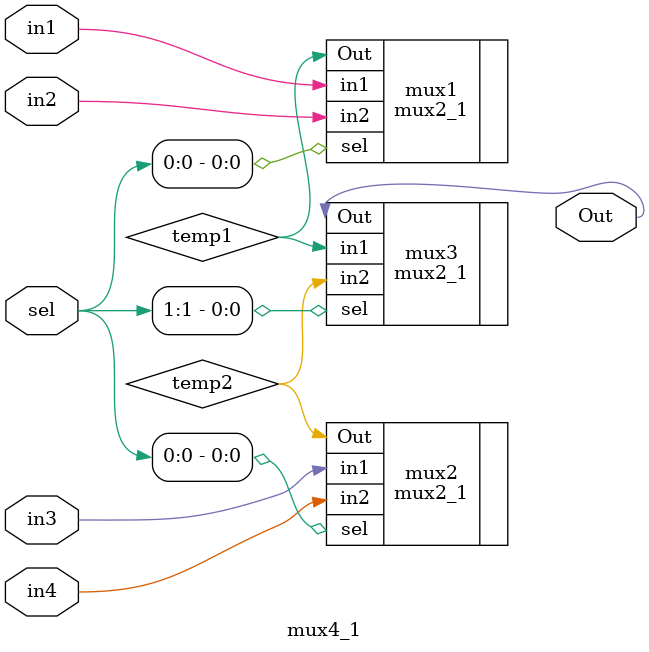
<source format=v>
module mux4_1(Out, in1, in2, in3, in4, sel);

	input in1, in2, in3, in4; 
	input [1:0] sel;
	output Out;
	
	wire temp1, temp2; 

        mux2_1 mux1(.Out(temp1), .in1(in1), .in2(in2), .sel(sel[0]));
	mux2_1 mux2(.Out(temp2), .in1(in3), .in2(in4), .sel(sel[0]));
	mux2_1 mux3(.Out(Out), .in1(temp1), .in2(temp2), .sel(sel[1]));

endmodule

</source>
